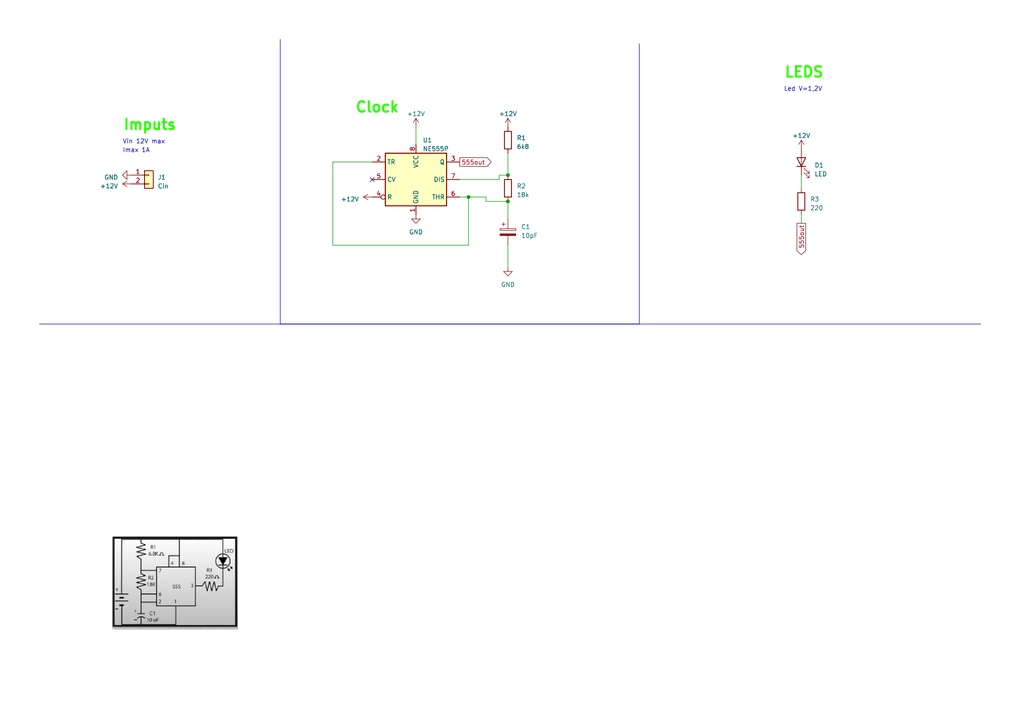
<source format=kicad_sch>
(kicad_sch (version 20230121) (generator eeschema)
  (paper "A4")
  (lib_symbols
    (symbol "Connector_Generic:Conn_01x02" (pin_names (offset 1.016) hide)
      (property "Reference" "J" (at 0 2.54 0))
      (property "Value" "Conn_01x02" (at 0 -5.08 0))
      (symbol "Conn_01x02_1_1"
        (rectangle (start -1.27 -2.413) (end 0 -2.667) (stroke (width 0.1524)))
        (rectangle (start -1.27 0.127) (end 0 -0.127) (stroke (width 0.1524)))
        (rectangle (start -1.27 1.27) (end 1.27 -3.81) (stroke (width 0.254)) (fill (type background)))
        (pin passive line (at -5.08 0 0) (length 3.81) (name "Pin_1") (number "1"))
        (pin passive line (at -5.08 -2.54 0) (length 3.81) (name "Pin_2") (number "2"))
      )
    )
    (symbol "Device:C_Polarized" (pin_numbers hide) (pin_names (offset 0.254))
      (property "Reference" "C" (at 0.635 2.54 0))
      (property "Value" "C_Polarized" (at 0.635 -2.54 0))
      (symbol "C_Polarized_0_1"
        (rectangle (start -2.286 0.508) (end 2.286 1.016))
        (polyline (pts (xy -1.778 2.286) (xy -0.762 2.286)))
        (polyline (pts (xy -1.27 2.794) (xy -1.27 1.778)))
        (rectangle (start 2.286 -0.508) (end -2.286 -1.016) (fill (type outline)))
      )
      (symbol "C_Polarized_1_1"
        (pin passive line (at 0 3.81 270) (length 2.794) (name "~") (number "1"))
        (pin passive line (at 0 -3.81 90) (length 2.794) (name "~") (number "2"))
      )
    )
    (symbol "Device:LED" (pin_numbers hide) (pin_names (offset 1.016) hide)
      (property "Reference" "D" (at 0 2.54 0))
      (property "Value" "LED" (at 0 -2.54 0))
      (symbol "LED_0_1"
        (polyline (pts (xy -1.27 -1.27) (xy -1.27 1.27)) (stroke (width 0.254)))
        (polyline (pts (xy -1.27 0) (xy 1.27 0)))
        (polyline (pts (xy 1.27 -1.27) (xy 1.27 1.27) (xy -1.27 0) (xy 1.27 -1.27)) (stroke (width 0.254)))
        (polyline (pts (xy -3.048 -0.762) (xy -4.572 -2.286) (xy -3.81 -2.286) (xy -4.572 -2.286) (xy -4.572 -1.524)))
        (polyline (pts (xy -1.778 -0.762) (xy -3.302 -2.286) (xy -2.54 -2.286) (xy -3.302 -2.286) (xy -3.302 -1.524)))
      )
      (symbol "LED_1_1"
        (pin passive line (at -3.81 0 0) (length 2.54) (name "K") (number "1"))
        (pin passive line (at 3.81 0 180) (length 2.54) (name "A") (number "2"))
      )
    )
    (symbol "Device:R" (pin_numbers hide) (pin_names (offset 0))
      (property "Reference" "R" (at 2.032 0 90))
      (property "Value" "R" (at 0 0 90))
      (symbol "R_0_1"
        (rectangle (start -1.016 -2.54) (end 1.016 2.54) (stroke (width 0.254)))
      )
      (symbol "R_1_1"
        (pin passive line (at 0 3.81 270) (length 1.27) (name "~") (number "1"))
        (pin passive line (at 0 -3.81 90) (length 1.27) (name "~") (number "2"))
      )
    )
    (symbol "Timer:NE555P"
      (property "Reference" "U" (at -10.16 8.89 0))
      (property "Value" "NE555P" (at 2.54 8.89 0))
      (symbol "NE555P_0_0"
        (pin power_in line (at 0 -10.16 90) (length 2.54) (name "GND") (number "1"))
        (pin power_in line (at 0 10.16 270) (length 2.54) (name "VCC") (number "8"))
      )
      (symbol "NE555P_0_1"
        (rectangle (start -8.89 -7.62) (end 8.89 7.62) (stroke (width 0.254)) (fill (type background)))
        (rectangle (start -8.89 -7.62) (end 8.89 7.62) (stroke (width 0.254)) (fill (type background)))
      )
      (symbol "NE555P_1_1"
        (pin input line (at -12.7 5.08 0) (length 3.81) (name "TR") (number "2"))
        (pin output line (at 12.7 5.08 180) (length 3.81) (name "Q") (number "3"))
        (pin input inverted (at -12.7 -5.08 0) (length 3.81) (name "R") (number "4"))
        (pin input line (at -12.7 0 0) (length 3.81) (name "CV") (number "5"))
        (pin input line (at 12.7 -5.08 180) (length 3.81) (name "THR") (number "6"))
        (pin input line (at 12.7 0 180) (length 3.81) (name "DIS") (number "7"))
      )
    )
    (symbol "power:+12V" (power) (pin_names (offset 0))
      (property "Value" "+12V" (at 0 3.556 0))
      (symbol "+12V_0_1"
        (polyline (pts (xy -0.762 1.27) (xy 0 2.54)))
        (polyline (pts (xy 0 0) (xy 0 2.54)))
        (polyline (pts (xy 0 2.54) (xy 0.762 1.27)))
      )
      (symbol "+12V_1_1"
        (pin power_in line (at 0 0 90) (length 0) hide (name "+12V") (number "1"))
      )
    )
    (symbol "power:GND" (power) (pin_names (offset 0))
      (property "Value" "GND" (at 0 -3.81 0))
      (symbol "GND_0_1"
        (polyline (pts (xy 0 0) (xy 0 -1.27) (xy 1.27 -1.27) (xy 0 -2.54) (xy -1.27 -1.27) (xy 0 -1.27)))
      )
      (symbol "GND_1_1"
        (pin power_in line (at 0 0 270) (length 0) hide (name "GND") (number "1"))
      )
    )
  )
  (junction (at 135.89 57.15))
  (junction (at 147.32 58.42))
  (junction (at 147.32 50.8))
  (no_connect (at 107.95 52.07))
  (wire (pts (xy 120.65 41.91) (xy 120.65 36.83)))
  (wire (pts (xy 147.32 58.42) (xy 147.32 63.5)))
  (wire (pts (xy 133.35 57.15) (xy 135.89 57.15)))
  (polyline (pts (xy 185.42 93.98) (xy 81.28 93.98)))
  (wire (pts (xy 140.97 58.42) (xy 147.32 58.42)))
  (wire (pts (xy 140.97 57.15) (xy 140.97 58.42)))
  (wire (pts (xy 232.41 62.23) (xy 232.41 64.77)))
  (polyline (pts (xy 11.43 93.98) (xy 284.48 93.98)))
  (wire (pts (xy 147.32 71.12) (xy 147.32 77.47)))
  (wire (pts (xy 107.95 46.99) (xy 96.52 46.99)))
  (wire (pts (xy 135.89 57.15) (xy 135.89 71.12)))
  (wire (pts (xy 96.52 71.12) (xy 135.89 71.12)))
  (wire (pts (xy 135.89 57.15) (xy 140.97 57.15)))
  (wire (pts (xy 144.78 52.07) (xy 133.35 52.07)))
  (wire (pts (xy 147.32 44.45) (xy 147.32 50.8)))
  (wire (pts (xy 144.78 50.8) (xy 147.32 50.8)))
  (wire (pts (xy 232.41 54.61) (xy 232.41 50.8)))
  (wire (pts (xy 96.52 46.99) (xy 96.52 71.12)))
  (polyline (pts (xy 81.28 11.43) (xy 81.28 93.98)))
  (wire (pts (xy 144.78 50.8) (xy 144.78 52.07)))
  (polyline (pts (xy 185.42 12.7) (xy 185.42 93.98)))
  (image (at 50.8 168.91))
  (text "Led V=1,2V" (at 227.33 26.67 0) (effects (font (size 1.27 1.27)) (justify left bottom)))
  (text "LEDS" (at 227.33 22.86 0) (effects (font (size 3 3) (thickness 0.6) bold) (justify left bottom)))
  (text "Clock" (at 102.87 33.02 0) (effects (font (size 3 3) (thickness 0.6) bold) (justify left bottom)))
  (text "Vin 12V max" (at 35.56 41.91 0) (effects (font (size 1.27 1.27)) (justify left bottom)))
  (text "Imax 1A" (at 35.56 44.45 0) (effects (font (size 1.27 1.27)) (justify left bottom)))
  (text "Imputs" (at 35.56 38.1 0) (effects (font (size 3 3) (thickness 0.6) bold) (justify left bottom)))
  (global_label "555out" (shape output) (at 133.35 46.99 0) (property "Intersheetrefs" "${INTERSHEET_REFS}" (effects hide)))
  (global_label "555out" (shape output) (at 232.41 64.77 270) (property "Intersheetrefs" "${INTERSHEET_REFS}" (effects hide)))
  (symbol (lib_id "power:+12V") (at 107.95 57.15 90) (unit 1)
    (property "Reference" "#PWR07" (effects hide))
    (property "Value" "+12V" (at 104.14 57.785 90) (effects (justify left)))
  )
  (symbol (lib_id "power:GND") (at 120.65 62.23 0) (unit 1)
    (property "Reference" "#PWR02" (effects hide))
    (property "Value" "GND" (at 120.65 67.31 0))
  )
  (symbol (lib_id "power:+12V") (at 38.1 53.34 90) (unit 1)
    (property "Reference" "#PWR04" (effects hide))
    (property "Value" "+12V" (at 34.29 53.975 90) (effects (justify left)))
  )
  (symbol (lib_id "power:GND") (at 38.1 50.8 270) (unit 1)
    (property "Reference" "#PWR03" (effects hide))
    (property "Value" "GND" (at 34.29 51.435 90) (effects (justify right)))
  )
  (symbol (lib_id "Timer:NE555P") (at 120.65 52.07 0) (unit 1)
    (property "Reference" "U1" (at 122.6059 40.64 0) (effects (justify left)))
    (property "Value" "NE555P" (at 122.6059 43.18 0) (effects (justify left)))
    (property "Footprint" "Package_DIP:DIP-8_W7.62mm" (effects hide))
    (property "Datasheet" "http://www.ti.com/lit/ds/symlink/ne555.pdf" (effects hide))
  )
  (symbol (lib_id "Connector_Generic:Conn_01x02") (at 43.18 50.8 0) (unit 1)
    (property "Reference" "J1" (at 45.72 51.435 0) (effects (justify left)))
    (property "Value" "Cin" (at 45.72 53.975 0) (effects (justify left)))
    (property "Footprint" "TerminalBlock:TerminalBlock_bornier-2_P5.08mm" (effects hide))
  )
  (symbol (lib_id "power:+12V") (at 120.65 36.83 0) (unit 1)
    (property "Reference" "#PWR05" (effects hide))
    (property "Value" "+12V" (at 120.65 33.02 0))
  )
  (symbol (lib_id "power:+12V") (at 147.32 36.83 0) (unit 1)
    (property "Reference" "#PWR08" (effects hide))
    (property "Value" "+12V" (at 147.32 33.02 0))
  )
  (symbol (lib_id "Device:R") (at 147.32 54.61 0) (unit 1)
    (property "Reference" "R2" (at 149.86 53.975 0) (effects (justify left)))
    (property "Value" "18k" (at 149.86 56.515 0) (effects (justify left)))
    (property "Footprint" "Resistor_SMD:R_1206_3216Metric" (effects hide))
  )
  (symbol (lib_id "power:+12V") (at 232.41 43.18 0) (unit 1)
    (property "Reference" "#PWR06" (effects hide))
    (property "Value" "+12V" (at 232.41 39.37 0))
  )
  (symbol (lib_id "Device:C_Polarized") (at 147.32 67.31 0) (unit 1)
    (property "Reference" "C1" (at 151.13 65.786 0) (effects (justify left)))
    (property "Value" "10pF" (at 151.13 68.326 0) (effects (justify left)))
    (property "Footprint" "Capacitor_THT:CP_Radial_D10.0mm_P3.80mm" (effects hide))
  )
  (symbol (lib_id "Device:R") (at 147.32 40.64 0) (unit 1)
    (property "Reference" "R1" (at 149.86 40.005 0) (effects (justify left)))
    (property "Value" "6k8" (at 149.86 42.545 0) (effects (justify left)))
    (property "Footprint" "Resistor_SMD:R_1206_3216Metric" (effects hide))
  )
  (symbol (lib_id "power:GND") (at 147.32 77.47 0) (unit 1)
    (property "Reference" "#PWR01" (effects hide))
    (property "Value" "GND" (at 147.32 82.55 0))
  )
  (symbol (lib_id "Device:R") (at 232.41 58.42 180) (unit 1)
    (property "Reference" "R3" (at 234.95 57.785 0) (effects (justify right)))
    (property "Value" "220" (at 234.95 60.325 0) (effects (justify right)))
    (property "Footprint" "Resistor_SMD:R_1206_3216Metric" (effects hide))
  )
  (symbol (lib_id "Device:LED") (at 232.41 46.99 90) (unit 1)
    (property "Reference" "D1" (at 236.22 47.9425 90) (effects (justify right)))
    (property "Value" "LED" (at 236.22 50.4825 90) (effects (justify right)))
    (property "Footprint" "LED_THT:LED_D5.0mm_FlatTop" (effects hide))
  )
)
</source>
